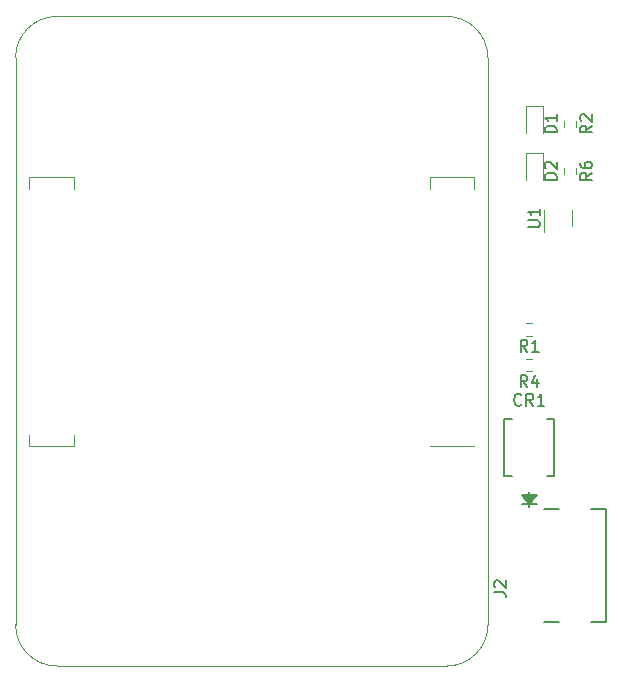
<source format=gto>
%TF.GenerationSoftware,KiCad,Pcbnew,(5.99.0-10632-g8f3343b9e3)*%
%TF.CreationDate,2021-06-08T13:19:10-04:00*%
%TF.ProjectId,rpi-cm4-LiM-board,7270692d-636d-4342-9d4c-694d2d626f61,v01*%
%TF.SameCoordinates,Original*%
%TF.FileFunction,Legend,Top*%
%TF.FilePolarity,Positive*%
%FSLAX46Y46*%
G04 Gerber Fmt 4.6, Leading zero omitted, Abs format (unit mm)*
G04 Created by KiCad (PCBNEW (5.99.0-10632-g8f3343b9e3)) date 2021-06-08 13:19:10*
%MOMM*%
%LPD*%
G01*
G04 APERTURE LIST*
%ADD10C,0.150000*%
%ADD11C,0.120000*%
%ADD12C,0.152400*%
%ADD13C,0.200000*%
G04 APERTURE END LIST*
D10*
%TO.C,R4*%
X169833333Y-109882380D02*
X169500000Y-109406190D01*
X169261904Y-109882380D02*
X169261904Y-108882380D01*
X169642857Y-108882380D01*
X169738095Y-108930000D01*
X169785714Y-108977619D01*
X169833333Y-109072857D01*
X169833333Y-109215714D01*
X169785714Y-109310952D01*
X169738095Y-109358571D01*
X169642857Y-109406190D01*
X169261904Y-109406190D01*
X170690476Y-109215714D02*
X170690476Y-109882380D01*
X170452380Y-108834761D02*
X170214285Y-109549047D01*
X170833333Y-109549047D01*
%TO.C,CR1*%
X169333333Y-111357142D02*
X169285714Y-111404761D01*
X169142857Y-111452380D01*
X169047619Y-111452380D01*
X168904761Y-111404761D01*
X168809523Y-111309523D01*
X168761904Y-111214285D01*
X168714285Y-111023809D01*
X168714285Y-110880952D01*
X168761904Y-110690476D01*
X168809523Y-110595238D01*
X168904761Y-110500000D01*
X169047619Y-110452380D01*
X169142857Y-110452380D01*
X169285714Y-110500000D01*
X169333333Y-110547619D01*
X170333333Y-111452380D02*
X170000000Y-110976190D01*
X169761904Y-111452380D02*
X169761904Y-110452380D01*
X170142857Y-110452380D01*
X170238095Y-110500000D01*
X170285714Y-110547619D01*
X170333333Y-110642857D01*
X170333333Y-110785714D01*
X170285714Y-110880952D01*
X170238095Y-110928571D01*
X170142857Y-110976190D01*
X169761904Y-110976190D01*
X171285714Y-111452380D02*
X170714285Y-111452380D01*
X171000000Y-111452380D02*
X171000000Y-110452380D01*
X170904761Y-110595238D01*
X170809523Y-110690476D01*
X170714285Y-110738095D01*
%TO.C,U1*%
X169876130Y-96338154D02*
X170685654Y-96338154D01*
X170780892Y-96290535D01*
X170828511Y-96242916D01*
X170876130Y-96147678D01*
X170876130Y-95957202D01*
X170828511Y-95861964D01*
X170780892Y-95814345D01*
X170685654Y-95766726D01*
X169876130Y-95766726D01*
X170876130Y-94766726D02*
X170876130Y-95338154D01*
X170876130Y-95052440D02*
X169876130Y-95052440D01*
X170018988Y-95147678D01*
X170114226Y-95242916D01*
X170161845Y-95338154D01*
%TO.C,R2*%
X175306130Y-87742916D02*
X174829940Y-88076250D01*
X175306130Y-88314345D02*
X174306130Y-88314345D01*
X174306130Y-87933392D01*
X174353750Y-87838154D01*
X174401369Y-87790535D01*
X174496607Y-87742916D01*
X174639464Y-87742916D01*
X174734702Y-87790535D01*
X174782321Y-87838154D01*
X174829940Y-87933392D01*
X174829940Y-88314345D01*
X174401369Y-87361964D02*
X174353750Y-87314345D01*
X174306130Y-87219107D01*
X174306130Y-86981011D01*
X174353750Y-86885773D01*
X174401369Y-86838154D01*
X174496607Y-86790535D01*
X174591845Y-86790535D01*
X174734702Y-86838154D01*
X175306130Y-87409583D01*
X175306130Y-86790535D01*
%TO.C,D2*%
X172306130Y-92314345D02*
X171306130Y-92314345D01*
X171306130Y-92076250D01*
X171353750Y-91933392D01*
X171448988Y-91838154D01*
X171544226Y-91790535D01*
X171734702Y-91742916D01*
X171877559Y-91742916D01*
X172068035Y-91790535D01*
X172163273Y-91838154D01*
X172258511Y-91933392D01*
X172306130Y-92076250D01*
X172306130Y-92314345D01*
X171401369Y-91361964D02*
X171353750Y-91314345D01*
X171306130Y-91219107D01*
X171306130Y-90981011D01*
X171353750Y-90885773D01*
X171401369Y-90838154D01*
X171496607Y-90790535D01*
X171591845Y-90790535D01*
X171734702Y-90838154D01*
X172306130Y-91409583D01*
X172306130Y-90790535D01*
%TO.C,J2*%
X167017380Y-127258333D02*
X167731666Y-127258333D01*
X167874523Y-127305952D01*
X167969761Y-127401190D01*
X168017380Y-127544047D01*
X168017380Y-127639285D01*
X167112619Y-126829761D02*
X167065000Y-126782142D01*
X167017380Y-126686904D01*
X167017380Y-126448809D01*
X167065000Y-126353571D01*
X167112619Y-126305952D01*
X167207857Y-126258333D01*
X167303095Y-126258333D01*
X167445952Y-126305952D01*
X168017380Y-126877380D01*
X168017380Y-126258333D01*
%TO.C,D1*%
X172306130Y-88314345D02*
X171306130Y-88314345D01*
X171306130Y-88076250D01*
X171353750Y-87933392D01*
X171448988Y-87838154D01*
X171544226Y-87790535D01*
X171734702Y-87742916D01*
X171877559Y-87742916D01*
X172068035Y-87790535D01*
X172163273Y-87838154D01*
X172258511Y-87933392D01*
X172306130Y-88076250D01*
X172306130Y-88314345D01*
X172306130Y-86790535D02*
X172306130Y-87361964D01*
X172306130Y-87076250D02*
X171306130Y-87076250D01*
X171448988Y-87171488D01*
X171544226Y-87266726D01*
X171591845Y-87361964D01*
%TO.C,R1*%
X169833333Y-106882380D02*
X169500000Y-106406190D01*
X169261904Y-106882380D02*
X169261904Y-105882380D01*
X169642857Y-105882380D01*
X169738095Y-105930000D01*
X169785714Y-105977619D01*
X169833333Y-106072857D01*
X169833333Y-106215714D01*
X169785714Y-106310952D01*
X169738095Y-106358571D01*
X169642857Y-106406190D01*
X169261904Y-106406190D01*
X170785714Y-106882380D02*
X170214285Y-106882380D01*
X170500000Y-106882380D02*
X170500000Y-105882380D01*
X170404761Y-106025238D01*
X170309523Y-106120476D01*
X170214285Y-106168095D01*
%TO.C,R6*%
X175306130Y-91742916D02*
X174829940Y-92076250D01*
X175306130Y-92314345D02*
X174306130Y-92314345D01*
X174306130Y-91933392D01*
X174353750Y-91838154D01*
X174401369Y-91790535D01*
X174496607Y-91742916D01*
X174639464Y-91742916D01*
X174734702Y-91790535D01*
X174782321Y-91838154D01*
X174829940Y-91933392D01*
X174829940Y-92314345D01*
X174306130Y-90885773D02*
X174306130Y-91076250D01*
X174353750Y-91171488D01*
X174401369Y-91219107D01*
X174544226Y-91314345D01*
X174734702Y-91361964D01*
X175115654Y-91361964D01*
X175210892Y-91314345D01*
X175258511Y-91266726D01*
X175306130Y-91171488D01*
X175306130Y-90981011D01*
X175258511Y-90885773D01*
X175210892Y-90838154D01*
X175115654Y-90790535D01*
X174877559Y-90790535D01*
X174782321Y-90838154D01*
X174734702Y-90885773D01*
X174687083Y-90981011D01*
X174687083Y-91171488D01*
X174734702Y-91266726D01*
X174782321Y-91314345D01*
X174877559Y-91361964D01*
D11*
%TO.C,R4*%
X170254724Y-108522500D02*
X169745276Y-108522500D01*
X170254724Y-107477500D02*
X169745276Y-107477500D01*
D12*
%TO.C,CR1*%
X170000000Y-119800600D02*
X169619000Y-119038600D01*
X170000000Y-119800600D02*
X169492000Y-119038600D01*
X172108200Y-112574300D02*
X171463040Y-112574300D01*
X168536960Y-112574300D02*
X167891800Y-112574300D01*
X170000000Y-119800600D02*
X170381000Y-119038600D01*
X170000000Y-119800600D02*
X170508000Y-119038600D01*
X170000000Y-119800600D02*
X170635000Y-119038600D01*
X169365000Y-119800600D02*
X170635000Y-119800600D01*
X167891800Y-112574300D02*
X167891800Y-117425700D01*
X170000000Y-119800600D02*
X170254000Y-119038600D01*
X170000000Y-118784600D02*
X170000000Y-120054600D01*
X170000000Y-119800600D02*
X169365000Y-119038600D01*
X170000000Y-119800600D02*
X170127000Y-119038600D01*
X167891800Y-117425700D02*
X168536960Y-117425700D01*
X171463040Y-117425700D02*
X172108200Y-117425700D01*
X169365000Y-119038600D02*
X170635000Y-119038600D01*
X170000000Y-119800600D02*
X169873000Y-119038600D01*
X170000000Y-119800600D02*
X169746000Y-119038600D01*
X172108200Y-117425700D02*
X172108200Y-112574300D01*
D11*
%TO.C,U1*%
X171263750Y-94876250D02*
X171263750Y-96776250D01*
X173583750Y-96276250D02*
X173583750Y-94876250D01*
%TO.C,R2*%
X173946250Y-87321526D02*
X173946250Y-87830974D01*
X172901250Y-87321526D02*
X172901250Y-87830974D01*
%TO.C,D2*%
X171158750Y-92376250D02*
X171158750Y-90091250D01*
X169688750Y-90091250D02*
X169688750Y-92376250D01*
X171158750Y-90091250D02*
X169688750Y-90091250D01*
D13*
%TO.C,J2*%
X171250000Y-120210000D02*
X172500000Y-120210000D01*
X171250000Y-129790000D02*
X172500000Y-129790000D01*
X176500000Y-120210000D02*
X175220000Y-120210000D01*
X175220000Y-129790000D02*
X176500000Y-129790000D01*
X176500000Y-129790000D02*
X176500000Y-120210000D01*
D11*
%TO.C,D1*%
X171158750Y-88376250D02*
X171158750Y-86091250D01*
X169688750Y-86091250D02*
X169688750Y-88376250D01*
X171158750Y-86091250D02*
X169688750Y-86091250D01*
%TO.C,R1*%
X170254724Y-105522500D02*
X169745276Y-105522500D01*
X170254724Y-104477500D02*
X169745276Y-104477500D01*
%TO.C,R6*%
X173946250Y-91321526D02*
X173946250Y-91830974D01*
X172901250Y-91321526D02*
X172901250Y-91830974D01*
%TO.C,Module1*%
X131430000Y-114900000D02*
X131430000Y-113900000D01*
X127650000Y-92100000D02*
X127650000Y-93100000D01*
X161570000Y-92100000D02*
X161570000Y-93100000D01*
X165350000Y-92100000D02*
X165350000Y-93100000D01*
X166500000Y-130000000D02*
X166500000Y-82000000D01*
X131430000Y-114900000D02*
X127650000Y-114900000D01*
X165350000Y-114900000D02*
X161570000Y-114900000D01*
X131430000Y-92100000D02*
X131430000Y-93100000D01*
X127650000Y-114900000D02*
X127650000Y-113900000D01*
X131430000Y-92100000D02*
X127650000Y-92100000D01*
X126500000Y-82000000D02*
X126500000Y-130000000D01*
X165350000Y-92100000D02*
X161570000Y-92100000D01*
X163000000Y-78500000D02*
X130000000Y-78500000D01*
X130000000Y-133500000D02*
X163000000Y-133500000D01*
X126500000Y-82000000D02*
G75*
G02*
X130000000Y-78500000I3500000J0D01*
G01*
X166500000Y-130000000D02*
G75*
G02*
X163000000Y-133500000I-3500000J0D01*
G01*
X163000000Y-78500000D02*
G75*
G02*
X166500000Y-82000000I0J-3500000D01*
G01*
X130000000Y-133500000D02*
G75*
G02*
X126500000Y-130000000I0J3500000D01*
G01*
%TD*%
M02*

</source>
